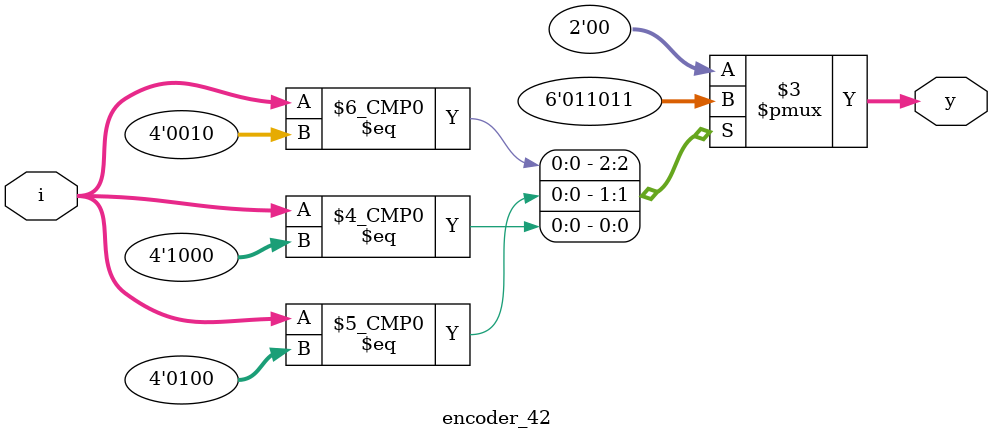
<source format=v>
`timescale 1ns / 1ps
module encoder_42(i,y);
    input [3:0] i;
    output reg[1:0] y;

	always@(*)
		begin
			case(i)
				1: y = 2'b00;
				2: y = 2'b01;
				4: y = 2'b10;
				8: y = 2'b11;
				default: y = 2'b00;
			endcase
		end

endmodule

</source>
